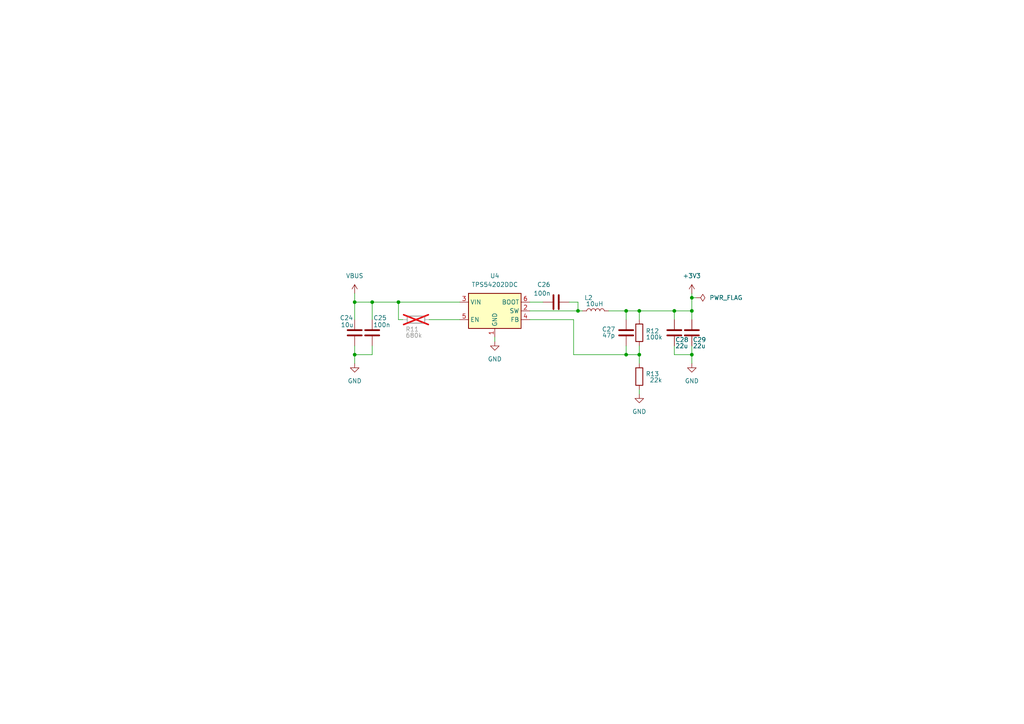
<source format=kicad_sch>
(kicad_sch (version 20250114) (generator "eeschema") (generator_version "9.0")
  (paper "A4")
  (title_block (title "Protovolt MINI") (date "2025-06-16") (rev "A") (comment 3 "MINI") (comment 4 "Protovolt"))
  (lib_symbols
    (symbol "Device:C" (pin_numbers (hide yes)) (pin_names (offset 0.254))
      (property "Reference" "C" (at 0.635 2.54 0))
      (property "Value" "C" (at 0.635 -2.54 0))
      (symbol "C_0_1"
        (polyline (pts (xy -2.032 0.762) (xy 2.032 0.762)) (stroke (width 0.508)))
        (polyline (pts (xy -2.032 -0.762) (xy 2.032 -0.762)) (stroke (width 0.508)))
      )
      (symbol "C_1_1"
        (pin passive line (at 0 3.81 270) (length 2.794) (name "~") (number "1"))
        (pin passive line (at 0 -3.81 90) (length 2.794) (name "~") (number "2"))
      )
    )
    (symbol "Device:L" (pin_numbers (hide yes)) (pin_names (offset 1.016) (hide yes))
      (property "Reference" "L" (at -1.27 0 90))
      (property "Value" "L" (at 1.905 0 90))
      (symbol "L_0_1"
        (arc (start 0 2.54) (mid 0.6323 1.905) (end 0 1.27))
        (arc (start 0 1.27) (mid 0.6323 0.635) (end 0 0))
        (arc (start 0 0) (mid 0.6323 -0.635) (end 0 -1.27))
        (arc (start 0 -1.27) (mid 0.6323 -1.905) (end 0 -2.54))
      )
      (symbol "L_1_1"
        (pin passive line (at 0 3.81 270) (length 1.27) (name "1") (number "1"))
        (pin passive line (at 0 -3.81 90) (length 1.27) (name "2") (number "2"))
      )
    )
    (symbol "Device:R" (pin_numbers (hide yes)) (pin_names (offset 0))
      (property "Reference" "R" (at 2.032 0 90))
      (property "Value" "R" (at 0 0 90))
      (symbol "R_0_1"
        (rectangle (start -1.016 -2.54) (end 1.016 2.54) (stroke (width 0.254)))
      )
      (symbol "R_1_1"
        (pin passive line (at 0 3.81 270) (length 1.27) (name "~") (number "1"))
        (pin passive line (at 0 -3.81 90) (length 1.27) (name "~") (number "2"))
      )
    )
    (symbol "Regulator_Switching:TPS54202DDC"
      (property "Reference" "U" (at -7.62 6.35 0))
      (property "Value" "TPS54202DDC" (at 0 6.35 0))
      (symbol "TPS54202DDC_0_1"
        (rectangle (start -7.62 5.08) (end 7.62 -5.08) (stroke (width 0.254)) (fill (type background)))
      )
      (symbol "TPS54202DDC_1_1"
        (pin power_in line (at -10.16 2.54 0) (length 2.54) (name "VIN") (number "3"))
        (pin input line (at -10.16 -2.54 0) (length 2.54) (name "EN") (number "5"))
        (pin power_in line (at 0 -7.62 90) (length 2.54) (name "GND") (number "1"))
        (pin passive line (at 10.16 2.54 180) (length 2.54) (name "BOOT") (number "6"))
        (pin power_out line (at 10.16 0 180) (length 2.54) (name "SW") (number "2"))
        (pin input line (at 10.16 -2.54 180) (length 2.54) (name "FB") (number "4"))
      )
    )
    (symbol "power:+3V3" (power) (pin_numbers (hide yes)) (pin_names (offset 0) (hide yes))
      (property "Value" "+3V3" (at 0 3.556 0))
      (symbol "+3V3_0_1"
        (polyline (pts (xy -0.762 1.27) (xy 0 2.54)))
        (polyline (pts (xy 0 2.54) (xy 0.762 1.27)))
        (polyline (pts (xy 0 0) (xy 0 2.54)))
      )
      (symbol "+3V3_1_1"
        (pin power_in line (at 0 0 90) (length 0) (name "~") (number "1"))
      )
    )
    (symbol "power:GND" (power) (pin_numbers (hide yes)) (pin_names (offset 0) (hide yes))
      (property "Value" "GND" (at 0 -3.81 0))
      (symbol "GND_0_1"
        (polyline (pts (xy 0 0) (xy 0 -1.27) (xy 1.27 -1.27) (xy 0 -2.54) (xy -1.27 -1.27) (xy 0 -1.27)))
      )
      (symbol "GND_1_1"
        (pin power_in line (at 0 0 270) (length 0) (name "~") (number "1"))
      )
    )
    (symbol "power:PWR_FLAG" (power) (pin_numbers (hide yes)) (pin_names (offset 0) (hide yes))
      (property "Value" "PWR_FLAG" (at 0 3.81 0))
      (symbol "PWR_FLAG_0_0"
        (pin power_out line (at 0 0 90) (length 0) (name "~") (number "1"))
      )
      (symbol "PWR_FLAG_0_1"
        (polyline (pts (xy 0 0) (xy 0 1.27) (xy -1.016 1.905) (xy 0 2.54) (xy 1.016 1.905) (xy 0 1.27)))
      )
    )
    (symbol "power:VBUS" (power) (pin_numbers (hide yes)) (pin_names (offset 0) (hide yes))
      (property "Value" "VBUS" (at 0 3.556 0))
      (symbol "VBUS_0_1"
        (polyline (pts (xy -0.762 1.27) (xy 0 2.54)))
        (polyline (pts (xy 0 2.54) (xy 0.762 1.27)))
        (polyline (pts (xy 0 0) (xy 0 2.54)))
      )
      (symbol "VBUS_1_1"
        (pin power_in line (at 0 0 90) (length 0) (name "~") (number "1"))
      )
    )
  )
  (junction (at 200.66 86.36))
  (junction (at 167.64 90.17))
  (junction (at 102.87 102.87))
  (junction (at 181.61 102.87))
  (junction (at 102.87 87.63))
  (junction (at 185.42 102.87))
  (junction (at 185.42 90.17))
  (junction (at 181.61 90.17))
  (junction (at 200.66 102.87))
  (junction (at 200.66 90.17))
  (junction (at 195.58 90.17))
  (junction (at 107.95 87.63))
  (junction (at 115.57 87.63))
  (wire (pts (xy 102.87 102.87) (xy 107.95 102.87)))
  (wire (pts (xy 157.48 87.63) (xy 153.67 87.63)))
  (wire (pts (xy 153.67 90.17) (xy 167.64 90.17)))
  (wire (pts (xy 185.42 114.3) (xy 185.42 113.03)))
  (wire (pts (xy 200.66 100.33) (xy 200.66 102.87)))
  (wire (pts (xy 181.61 90.17) (xy 181.61 92.71)))
  (wire (pts (xy 107.95 87.63) (xy 115.57 87.63)))
  (wire (pts (xy 166.37 102.87) (xy 181.61 102.87)))
  (wire (pts (xy 200.66 86.36) (xy 201.93 86.36)))
  (wire (pts (xy 102.87 87.63) (xy 107.95 87.63)))
  (wire (pts (xy 102.87 85.09) (xy 102.87 87.63)))
  (wire (pts (xy 195.58 100.33) (xy 195.58 102.87)))
  (wire (pts (xy 102.87 105.41) (xy 102.87 102.87)))
  (wire (pts (xy 124.46 92.71) (xy 133.35 92.71)))
  (wire (pts (xy 185.42 102.87) (xy 185.42 105.41)))
  (wire (pts (xy 115.57 87.63) (xy 133.35 87.63)))
  (wire (pts (xy 153.67 92.71) (xy 166.37 92.71)))
  (wire (pts (xy 185.42 90.17) (xy 185.42 92.71)))
  (wire (pts (xy 200.66 92.71) (xy 200.66 90.17)))
  (wire (pts (xy 200.66 90.17) (xy 195.58 90.17)))
  (wire (pts (xy 200.66 86.36) (xy 200.66 90.17)))
  (wire (pts (xy 167.64 90.17) (xy 168.91 90.17)))
  (wire (pts (xy 181.61 90.17) (xy 185.42 90.17)))
  (wire (pts (xy 200.66 85.09) (xy 200.66 86.36)))
  (wire (pts (xy 116.84 92.71) (xy 115.57 92.71)))
  (wire (pts (xy 176.53 90.17) (xy 181.61 90.17)))
  (wire (pts (xy 107.95 100.33) (xy 107.95 102.87)))
  (wire (pts (xy 167.64 87.63) (xy 167.64 90.17)))
  (wire (pts (xy 181.61 102.87) (xy 185.42 102.87)))
  (wire (pts (xy 181.61 100.33) (xy 181.61 102.87)))
  (wire (pts (xy 102.87 87.63) (xy 102.87 92.71)))
  (wire (pts (xy 143.51 97.79) (xy 143.51 99.06)))
  (wire (pts (xy 165.1 87.63) (xy 167.64 87.63)))
  (wire (pts (xy 107.95 87.63) (xy 107.95 92.71)))
  (wire (pts (xy 166.37 92.71) (xy 166.37 102.87)))
  (wire (pts (xy 200.66 102.87) (xy 195.58 102.87)))
  (wire (pts (xy 102.87 100.33) (xy 102.87 102.87)))
  (wire (pts (xy 200.66 102.87) (xy 200.66 105.41)))
  (wire (pts (xy 185.42 100.33) (xy 185.42 102.87)))
  (wire (pts (xy 185.42 90.17) (xy 195.58 90.17)))
  (wire (pts (xy 195.58 90.17) (xy 195.58 92.71)))
  (wire (pts (xy 115.57 92.71) (xy 115.57 87.63)))
  (symbol (lib_id "Device:R") (at 185.42 96.52 180) (unit 1)
    (property "Reference" "R12" (at 189.23 96.012 0))
    (property "Value" "100k" (at 189.738 97.79 0))
    (property "Footprint" "Resistor_SMD:R_0402_1005Metric" (effects (hide yes)))
    (property "Description" "Resistor" (effects (hide yes)))
    (property "LCSC" "C25741" (effects (hide yes)))
  )
  (symbol (lib_id "power:GND") (at 185.42 114.3 0) (unit 1)
    (property "Reference" "#PWR025" (effects (hide yes)))
    (property "Value" "GND" (at 185.42 119.38 0))
    (property "Description" "Power symbol creates a global label with name \"GND\" , ground" (effects (hide yes)))
  )
  (symbol (lib_id "Device:C") (at 107.95 96.52 180) (unit 1)
    (property "Reference" "C25" (at 110.236 92.202 0))
    (property "Value" "100n" (at 110.744 94.234 0))
    (property "Footprint" "Capacitor_SMD:C_0402_1005Metric" (effects (hide yes)))
    (property "Description" "Unpolarized capacitor" (effects (hide yes)))
    (property "LCSC" "C307331" (effects (hide yes)))
  )
  (symbol (lib_id "power:GND") (at 143.51 99.06 0) (unit 1)
    (property "Reference" "#PWR024" (effects (hide yes)))
    (property "Value" "GND" (at 143.51 104.14 0))
    (property "Description" "Power symbol creates a global label with name \"GND\" , ground" (effects (hide yes)))
  )
  (symbol (lib_id "Device:C") (at 200.66 96.52 180) (unit 1)
    (property "Reference" "C29" (at 200.914 98.5519 0) (effects (justify right)))
    (property "Value" "22u" (at 200.914 100.33 0) (effects (justify right)))
    (property "Footprint" "Capacitor_SMD:C_0603_1608Metric" (effects (hide yes)))
    (property "Description" "Unpolarized capacitor" (effects (hide yes)))
    (property "LCSC" "C59461" (effects (hide yes)))
  )
  (symbol (lib_id "Device:C") (at 102.87 96.52 0) (unit 1)
    (property "Reference" "C24" (at 98.552 92.202 0) (effects (justify left)))
    (property "Value" "10u" (at 98.806 94.234 0) (effects (justify left)))
    (property "Footprint" "Capacitor_SMD:C_1206_3216Metric" (effects (hide yes)))
    (property "Description" "Unpolarized capacitor" (effects (hide yes)))
    (property "LCSC" "C13585" (effects (hide yes)))
  )
  (symbol (lib_id "Device:C") (at 161.29 87.63 90) (unit 1)
    (property "Reference" "C26" (at 157.734 82.55 90))
    (property "Value" "100n" (at 157.226 85.09 90))
    (property "Footprint" "Capacitor_SMD:C_0402_1005Metric" (effects (hide yes)))
    (property "Description" "Unpolarized capacitor" (effects (hide yes)))
    (property "LCSC" "C307331" (effects (hide yes)))
  )
  (symbol (lib_id "Device:C") (at 181.61 96.52 180) (unit 1)
    (property "Reference" "C27" (at 176.53 95.504 0))
    (property "Value" "47p" (at 176.53 97.282 0))
    (property "Footprint" "Capacitor_SMD:C_0402_1005Metric" (effects (hide yes)))
    (property "Description" "Unpolarized capacitor" (effects (hide yes)))
    (property "LCSC" "C1567" (effects (hide yes)))
  )
  (symbol (lib_id "Device:C") (at 195.58 96.52 180) (unit 1)
    (property "Reference" "C28" (at 195.834 98.5519 0) (effects (justify right)))
    (property "Value" "22u" (at 195.834 100.33 0) (effects (justify right)))
    (property "Footprint" "Capacitor_SMD:C_0603_1608Metric" (effects (hide yes)))
    (property "Description" "Unpolarized capacitor" (effects (hide yes)))
    (property "LCSC" "C59461" (effects (hide yes)))
  )
  (symbol (lib_id "Device:R") (at 185.42 109.22 180) (unit 1)
    (property "Reference" "R13" (at 189.23 108.458 0))
    (property "Value" "22k" (at 190.246 110.236 0))
    (property "Footprint" "Resistor_SMD:R_0402_1005Metric" (effects (hide yes)))
    (property "Description" "Resistor" (effects (hide yes)))
    (property "LCSC" "C25768" (effects (hide yes)))
  )
  (symbol (lib_id "power:+3V3") (at 200.66 85.09 0) (unit 1)
    (property "Reference" "#PWR026" (effects (hide yes)))
    (property "Value" "+3V3" (at 200.66 80.01 0))
    (property "Description" "Power symbol creates a global label with name \"+3V3\"" (effects (hide yes)))
  )
  (symbol (lib_id "power:VBUS") (at 102.87 85.09 0) (unit 1)
    (property "Reference" "#PWR022" (effects (hide yes)))
    (property "Value" "VBUS" (at 102.87 80.01 0))
    (property "Description" "Power symbol creates a global label with name \"VBUS\"" (effects (hide yes)))
  )
  (symbol (lib_id "Device:R") (at 120.65 92.71 270) (unit 1) (dnp yes)
    (property "Reference" "R11" (at 117.602 95.504 90) (effects (justify left)))
    (property "Value" "680k" (at 117.602 97.282 90) (effects (justify left)))
    (property "Footprint" "Resistor_SMD:R_0402_1005Metric" (effects (hide yes)))
    (property "Description" "Resistor" (effects (hide yes)))
    (property "LCSC" "C4131" (effects (hide yes)))
  )
  (symbol (lib_id "Regulator_Switching:TPS54202DDC") (at 143.51 90.17 0) (unit 1)
    (property "Reference" "U4" (at 143.51 80.01 0))
    (property "Value" "TPS54202DDC" (at 143.51 82.55 0))
    (property "Footprint" "Package_TO_SOT_SMD:SOT-23-6" (effects (hide yes)))
    (property "Datasheet" "http://www.ti.com/lit/ds/symlink/tps54202.pdf" (effects (hide yes)))
    (property "Description" "2A, 4.5 to 28V Input, EMI Friendly integrated switch synchronous step-down regulator, pulse-skipping, SOT-23-6" (effects (hide yes)))
    (property "LCSC" "C191884" (effects (hide yes)))
  )
  (symbol (lib_id "power:PWR_FLAG") (at 201.93 86.36 270) (unit 1)
    (property "Reference" "#FLG03" (effects (hide yes)))
    (property "Value" "PWR_FLAG" (at 205.74 86.3599 90) (effects (justify left)))
    (property "Description" "Special symbol for telling ERC where power comes from" (effects (hide yes)))
  )
  (symbol (lib_id "power:GND") (at 200.66 105.41 0) (unit 1)
    (property "Reference" "#PWR027" (effects (hide yes)))
    (property "Value" "GND" (at 200.66 110.49 0))
    (property "Description" "Power symbol creates a global label with name \"GND\" , ground" (effects (hide yes)))
  )
  (symbol (lib_id "Device:L") (at 172.72 90.17 90) (unit 1)
    (property "Reference" "L2" (at 170.688 86.36 90))
    (property "Value" "10uH" (at 172.466 88.138 90))
    (property "Footprint" "Inductor_SMD:L_Changjiang_FXL0530" (effects (hide yes)))
    (property "Description" "Inductor" (effects (hide yes)))
    (property "LCSC" "C177248" (effects (hide yes)))
  )
  (symbol (lib_id "power:GND") (at 102.87 105.41 0) (unit 1)
    (property "Reference" "#PWR023" (effects (hide yes)))
    (property "Value" "GND" (at 102.87 110.49 0))
    (property "Description" "Power symbol creates a global label with name \"GND\" , ground" (effects (hide yes)))
  )
)
</source>
